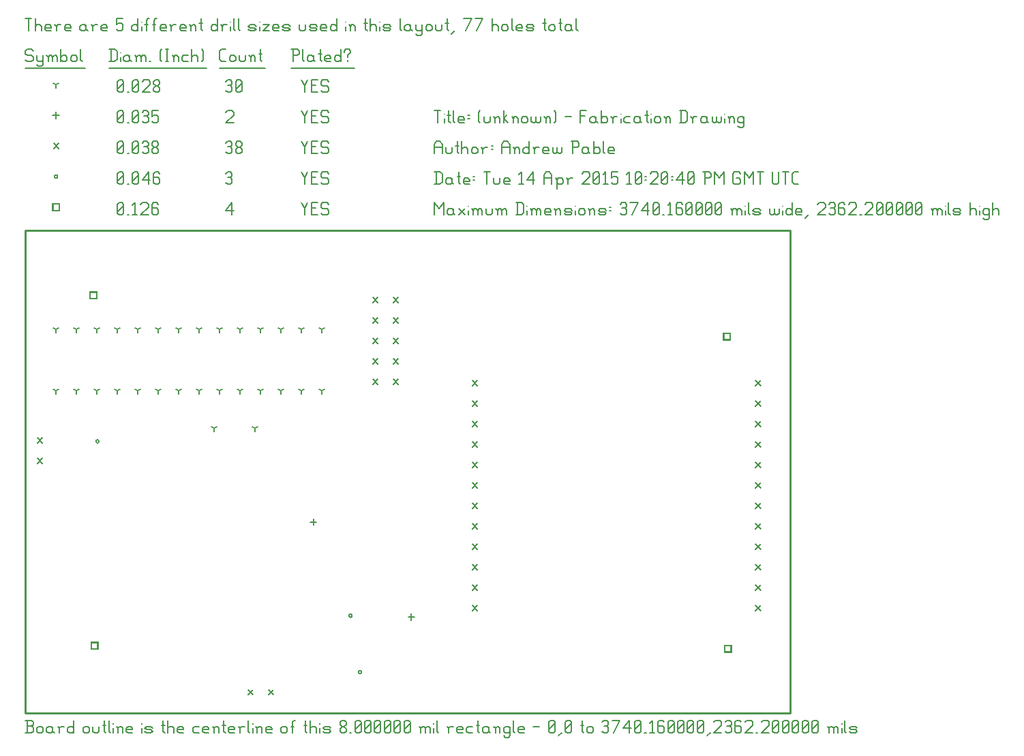
<source format=gbr>
G04 start of page 9 for group -3984 idx -3984 *
G04 Title: (unknown), fab *
G04 Creator: pcb 20110918 *
G04 CreationDate: Tue 14 Apr 2015 10:20:40 PM GMT UTC *
G04 For: andrew *
G04 Format: Gerber/RS-274X *
G04 PCB-Dimensions: 374016 236220 *
G04 PCB-Coordinate-Origin: lower left *
%MOIN*%
%FSLAX25Y25*%
%LNFAB*%
%ADD61C,0.0100*%
%ADD60C,0.0075*%
%ADD59C,0.0060*%
%ADD58R,0.0080X0.0080*%
G54D58*X32174Y34669D02*X35374D01*
X32174D02*Y31469D01*
X35374D01*
Y34669D02*Y31469D01*
X341386Y185795D02*X344586D01*
X341386D02*Y182595D01*
X344586D01*
Y185795D02*Y182595D01*
X341846Y33205D02*X345046D01*
X341846D02*Y30005D01*
X345046D01*
Y33205D02*Y30005D01*
X31668Y205970D02*X34868D01*
X31668D02*Y202770D01*
X34868D01*
Y205970D02*Y202770D01*
X13400Y249070D02*X16600D01*
X13400D02*Y245870D01*
X16600D01*
Y249070D02*Y245870D01*
G54D59*X135000Y249720D02*X136500Y246720D01*
X138000Y249720D01*
X136500Y246720D02*Y243720D01*
X139800Y247020D02*X142050D01*
X139800Y243720D02*X142800D01*
X139800Y249720D02*Y243720D01*
Y249720D02*X142800D01*
X147600D02*X148350Y248970D01*
X145350Y249720D02*X147600D01*
X144600Y248970D02*X145350Y249720D01*
X144600Y248970D02*Y247470D01*
X145350Y246720D01*
X147600D01*
X148350Y245970D01*
Y244470D01*
X147600Y243720D02*X148350Y244470D01*
X145350Y243720D02*X147600D01*
X144600Y244470D02*X145350Y243720D01*
X98000Y245970D02*X101000Y249720D01*
X98000Y245970D02*X101750D01*
X101000Y249720D02*Y243720D01*
X45000Y244470D02*X45750Y243720D01*
X45000Y248970D02*Y244470D01*
Y248970D02*X45750Y249720D01*
X47250D01*
X48000Y248970D01*
Y244470D01*
X47250Y243720D02*X48000Y244470D01*
X45750Y243720D02*X47250D01*
X45000Y245220D02*X48000Y248220D01*
X49800Y243720D02*X50550D01*
X52350Y248520D02*X53550Y249720D01*
Y243720D01*
X52350D02*X54600D01*
X56400Y248970D02*X57150Y249720D01*
X59400D01*
X60150Y248970D01*
Y247470D01*
X56400Y243720D02*X60150Y247470D01*
X56400Y243720D02*X60150D01*
X64200Y249720D02*X64950Y248970D01*
X62700Y249720D02*X64200D01*
X61950Y248970D02*X62700Y249720D01*
X61950Y248970D02*Y244470D01*
X62700Y243720D01*
X64200Y247020D02*X64950Y246270D01*
X61950Y247020D02*X64200D01*
X62700Y243720D02*X64200D01*
X64950Y244470D01*
Y246270D02*Y244470D01*
X162805Y20160D02*G75*G03X164405Y20160I800J0D01*G01*
G75*G03X162805Y20160I-800J0D01*G01*
X158164Y47733D02*G75*G03X159764Y47733I800J0D01*G01*
G75*G03X158164Y47733I-800J0D01*G01*
X34417Y132987D02*G75*G03X36017Y132987I800J0D01*G01*
G75*G03X34417Y132987I-800J0D01*G01*
X14200Y262470D02*G75*G03X15800Y262470I800J0D01*G01*
G75*G03X14200Y262470I-800J0D01*G01*
X135000Y264720D02*X136500Y261720D01*
X138000Y264720D01*
X136500Y261720D02*Y258720D01*
X139800Y262020D02*X142050D01*
X139800Y258720D02*X142800D01*
X139800Y264720D02*Y258720D01*
Y264720D02*X142800D01*
X147600D02*X148350Y263970D01*
X145350Y264720D02*X147600D01*
X144600Y263970D02*X145350Y264720D01*
X144600Y263970D02*Y262470D01*
X145350Y261720D01*
X147600D01*
X148350Y260970D01*
Y259470D01*
X147600Y258720D02*X148350Y259470D01*
X145350Y258720D02*X147600D01*
X144600Y259470D02*X145350Y258720D01*
X98000Y263970D02*X98750Y264720D01*
X100250D01*
X101000Y263970D01*
X100250Y258720D02*X101000Y259470D01*
X98750Y258720D02*X100250D01*
X98000Y259470D02*X98750Y258720D01*
Y262020D02*X100250D01*
X101000Y263970D02*Y262770D01*
Y261270D02*Y259470D01*
Y261270D02*X100250Y262020D01*
X101000Y262770D02*X100250Y262020D01*
X45000Y259470D02*X45750Y258720D01*
X45000Y263970D02*Y259470D01*
Y263970D02*X45750Y264720D01*
X47250D01*
X48000Y263970D01*
Y259470D01*
X47250Y258720D02*X48000Y259470D01*
X45750Y258720D02*X47250D01*
X45000Y260220D02*X48000Y263220D01*
X49800Y258720D02*X50550D01*
X52350Y259470D02*X53100Y258720D01*
X52350Y263970D02*Y259470D01*
Y263970D02*X53100Y264720D01*
X54600D01*
X55350Y263970D01*
Y259470D01*
X54600Y258720D02*X55350Y259470D01*
X53100Y258720D02*X54600D01*
X52350Y260220D02*X55350Y263220D01*
X57150Y260970D02*X60150Y264720D01*
X57150Y260970D02*X60900D01*
X60150Y264720D02*Y258720D01*
X64950Y264720D02*X65700Y263970D01*
X63450Y264720D02*X64950D01*
X62700Y263970D02*X63450Y264720D01*
X62700Y263970D02*Y259470D01*
X63450Y258720D01*
X64950Y262020D02*X65700Y261270D01*
X62700Y262020D02*X64950D01*
X63450Y258720D02*X64950D01*
X65700Y259470D01*
Y261270D02*Y259470D01*
X357070Y162690D02*X359470Y160290D01*
X357070D02*X359470Y162690D01*
X357070Y152690D02*X359470Y150290D01*
X357070D02*X359470Y152690D01*
X357070Y142690D02*X359470Y140290D01*
X357070D02*X359470Y142690D01*
X357070Y132690D02*X359470Y130290D01*
X357070D02*X359470Y132690D01*
X357070Y122690D02*X359470Y120290D01*
X357070D02*X359470Y122690D01*
X357070Y112690D02*X359470Y110290D01*
X357070D02*X359470Y112690D01*
X357070Y102690D02*X359470Y100290D01*
X357070D02*X359470Y102690D01*
X357070Y92690D02*X359470Y90290D01*
X357070D02*X359470Y92690D01*
X357070Y82690D02*X359470Y80290D01*
X357070D02*X359470Y82690D01*
X357070Y72690D02*X359470Y70290D01*
X357070D02*X359470Y72690D01*
X357070Y62690D02*X359470Y60290D01*
X357070D02*X359470Y62690D01*
X357070Y52690D02*X359470Y50290D01*
X357070D02*X359470Y52690D01*
X218570Y162690D02*X220970Y160290D01*
X218570D02*X220970Y162690D01*
X218570Y152690D02*X220970Y150290D01*
X218570D02*X220970Y152690D01*
X218570Y142690D02*X220970Y140290D01*
X218570D02*X220970Y142690D01*
X218570Y132690D02*X220970Y130290D01*
X218570D02*X220970Y132690D01*
X218570Y122690D02*X220970Y120290D01*
X218570D02*X220970Y122690D01*
X218570Y112690D02*X220970Y110290D01*
X218570D02*X220970Y112690D01*
X218570Y102690D02*X220970Y100290D01*
X218570D02*X220970Y102690D01*
X218570Y92690D02*X220970Y90290D01*
X218570D02*X220970Y92690D01*
X218570Y82690D02*X220970Y80290D01*
X218570D02*X220970Y82690D01*
X218570Y72690D02*X220970Y70290D01*
X218570D02*X220970Y72690D01*
X218570Y62690D02*X220970Y60290D01*
X218570D02*X220970Y62690D01*
X218570Y52690D02*X220970Y50290D01*
X218570D02*X220970Y52690D01*
X5968Y134660D02*X8368Y132260D01*
X5968D02*X8368Y134660D01*
X5968Y124660D02*X8368Y122260D01*
X5968D02*X8368Y124660D01*
X108980Y11413D02*X111380Y9013D01*
X108980D02*X111380Y11413D01*
X118980D02*X121380Y9013D01*
X118980D02*X121380Y11413D01*
X179863Y163326D02*X182263Y160926D01*
X179863D02*X182263Y163326D01*
X169863D02*X172263Y160926D01*
X169863D02*X172263Y163326D01*
X179863Y173326D02*X182263Y170926D01*
X179863D02*X182263Y173326D01*
X169863D02*X172263Y170926D01*
X169863D02*X172263Y173326D01*
X179863Y183326D02*X182263Y180926D01*
X179863D02*X182263Y183326D01*
X169863D02*X172263Y180926D01*
X169863D02*X172263Y183326D01*
X179863Y193326D02*X182263Y190926D01*
X179863D02*X182263Y193326D01*
X169863D02*X172263Y190926D01*
X169863D02*X172263Y193326D01*
X179863Y203326D02*X182263Y200926D01*
X179863D02*X182263Y203326D01*
X169863D02*X172263Y200926D01*
X169863D02*X172263Y203326D01*
X13800Y278670D02*X16200Y276270D01*
X13800D02*X16200Y278670D01*
X135000Y279720D02*X136500Y276720D01*
X138000Y279720D01*
X136500Y276720D02*Y273720D01*
X139800Y277020D02*X142050D01*
X139800Y273720D02*X142800D01*
X139800Y279720D02*Y273720D01*
Y279720D02*X142800D01*
X147600D02*X148350Y278970D01*
X145350Y279720D02*X147600D01*
X144600Y278970D02*X145350Y279720D01*
X144600Y278970D02*Y277470D01*
X145350Y276720D01*
X147600D01*
X148350Y275970D01*
Y274470D01*
X147600Y273720D02*X148350Y274470D01*
X145350Y273720D02*X147600D01*
X144600Y274470D02*X145350Y273720D01*
X98000Y278970D02*X98750Y279720D01*
X100250D01*
X101000Y278970D01*
X100250Y273720D02*X101000Y274470D01*
X98750Y273720D02*X100250D01*
X98000Y274470D02*X98750Y273720D01*
Y277020D02*X100250D01*
X101000Y278970D02*Y277770D01*
Y276270D02*Y274470D01*
Y276270D02*X100250Y277020D01*
X101000Y277770D02*X100250Y277020D01*
X102800Y274470D02*X103550Y273720D01*
X102800Y275670D02*Y274470D01*
Y275670D02*X103850Y276720D01*
X104750D01*
X105800Y275670D01*
Y274470D01*
X105050Y273720D02*X105800Y274470D01*
X103550Y273720D02*X105050D01*
X102800Y277770D02*X103850Y276720D01*
X102800Y278970D02*Y277770D01*
Y278970D02*X103550Y279720D01*
X105050D01*
X105800Y278970D01*
Y277770D01*
X104750Y276720D02*X105800Y277770D01*
X45000Y274470D02*X45750Y273720D01*
X45000Y278970D02*Y274470D01*
Y278970D02*X45750Y279720D01*
X47250D01*
X48000Y278970D01*
Y274470D01*
X47250Y273720D02*X48000Y274470D01*
X45750Y273720D02*X47250D01*
X45000Y275220D02*X48000Y278220D01*
X49800Y273720D02*X50550D01*
X52350Y274470D02*X53100Y273720D01*
X52350Y278970D02*Y274470D01*
Y278970D02*X53100Y279720D01*
X54600D01*
X55350Y278970D01*
Y274470D01*
X54600Y273720D02*X55350Y274470D01*
X53100Y273720D02*X54600D01*
X52350Y275220D02*X55350Y278220D01*
X57150Y278970D02*X57900Y279720D01*
X59400D01*
X60150Y278970D01*
X59400Y273720D02*X60150Y274470D01*
X57900Y273720D02*X59400D01*
X57150Y274470D02*X57900Y273720D01*
Y277020D02*X59400D01*
X60150Y278970D02*Y277770D01*
Y276270D02*Y274470D01*
Y276270D02*X59400Y277020D01*
X60150Y277770D02*X59400Y277020D01*
X61950Y274470D02*X62700Y273720D01*
X61950Y275670D02*Y274470D01*
Y275670D02*X63000Y276720D01*
X63900D01*
X64950Y275670D01*
Y274470D01*
X64200Y273720D02*X64950Y274470D01*
X62700Y273720D02*X64200D01*
X61950Y277770D02*X63000Y276720D01*
X61950Y278970D02*Y277770D01*
Y278970D02*X62700Y279720D01*
X64200D01*
X64950Y278970D01*
Y277770D01*
X63900Y276720D02*X64950Y277770D01*
X140759Y95208D02*Y92008D01*
X139159Y93608D02*X142359D01*
X188739Y48734D02*Y45534D01*
X187139Y47134D02*X190339D01*
X15000Y294070D02*Y290870D01*
X13400Y292470D02*X16600D01*
X135000Y294720D02*X136500Y291720D01*
X138000Y294720D01*
X136500Y291720D02*Y288720D01*
X139800Y292020D02*X142050D01*
X139800Y288720D02*X142800D01*
X139800Y294720D02*Y288720D01*
Y294720D02*X142800D01*
X147600D02*X148350Y293970D01*
X145350Y294720D02*X147600D01*
X144600Y293970D02*X145350Y294720D01*
X144600Y293970D02*Y292470D01*
X145350Y291720D01*
X147600D01*
X148350Y290970D01*
Y289470D01*
X147600Y288720D02*X148350Y289470D01*
X145350Y288720D02*X147600D01*
X144600Y289470D02*X145350Y288720D01*
X98000Y293970D02*X98750Y294720D01*
X101000D01*
X101750Y293970D01*
Y292470D01*
X98000Y288720D02*X101750Y292470D01*
X98000Y288720D02*X101750D01*
X45000Y289470D02*X45750Y288720D01*
X45000Y293970D02*Y289470D01*
Y293970D02*X45750Y294720D01*
X47250D01*
X48000Y293970D01*
Y289470D01*
X47250Y288720D02*X48000Y289470D01*
X45750Y288720D02*X47250D01*
X45000Y290220D02*X48000Y293220D01*
X49800Y288720D02*X50550D01*
X52350Y289470D02*X53100Y288720D01*
X52350Y293970D02*Y289470D01*
Y293970D02*X53100Y294720D01*
X54600D01*
X55350Y293970D01*
Y289470D01*
X54600Y288720D02*X55350Y289470D01*
X53100Y288720D02*X54600D01*
X52350Y290220D02*X55350Y293220D01*
X57150Y293970D02*X57900Y294720D01*
X59400D01*
X60150Y293970D01*
X59400Y288720D02*X60150Y289470D01*
X57900Y288720D02*X59400D01*
X57150Y289470D02*X57900Y288720D01*
Y292020D02*X59400D01*
X60150Y293970D02*Y292770D01*
Y291270D02*Y289470D01*
Y291270D02*X59400Y292020D01*
X60150Y292770D02*X59400Y292020D01*
X61950Y294720D02*X64950D01*
X61950D02*Y291720D01*
X62700Y292470D01*
X64200D01*
X64950Y291720D01*
Y289470D01*
X64200Y288720D02*X64950Y289470D01*
X62700Y288720D02*X64200D01*
X61950Y289470D02*X62700Y288720D01*
X14902Y157711D02*Y156111D01*
Y157711D02*X16289Y158511D01*
X14902Y157711D02*X13515Y158511D01*
X24902Y157711D02*Y156111D01*
Y157711D02*X26289Y158511D01*
X24902Y157711D02*X23515Y158511D01*
X34902Y157711D02*Y156111D01*
Y157711D02*X36289Y158511D01*
X34902Y157711D02*X33515Y158511D01*
X44902Y157711D02*Y156111D01*
Y157711D02*X46289Y158511D01*
X44902Y157711D02*X43515Y158511D01*
X54902Y157711D02*Y156111D01*
Y157711D02*X56289Y158511D01*
X54902Y157711D02*X53515Y158511D01*
X64902Y157711D02*Y156111D01*
Y157711D02*X66289Y158511D01*
X64902Y157711D02*X63515Y158511D01*
X74902Y157711D02*Y156111D01*
Y157711D02*X76289Y158511D01*
X74902Y157711D02*X73515Y158511D01*
X84902Y157711D02*Y156111D01*
Y157711D02*X86289Y158511D01*
X84902Y157711D02*X83515Y158511D01*
X94902Y157711D02*Y156111D01*
Y157711D02*X96289Y158511D01*
X94902Y157711D02*X93515Y158511D01*
X104902Y157711D02*Y156111D01*
Y157711D02*X106289Y158511D01*
X104902Y157711D02*X103515Y158511D01*
X114902Y157711D02*Y156111D01*
Y157711D02*X116289Y158511D01*
X114902Y157711D02*X113515Y158511D01*
X124902Y157711D02*Y156111D01*
Y157711D02*X126289Y158511D01*
X124902Y157711D02*X123515Y158511D01*
X134902Y157711D02*Y156111D01*
Y157711D02*X136289Y158511D01*
X134902Y157711D02*X133515Y158511D01*
X144902Y157711D02*Y156111D01*
Y157711D02*X146289Y158511D01*
X144902Y157711D02*X143515Y158511D01*
X144902Y187711D02*Y186111D01*
Y187711D02*X146289Y188511D01*
X144902Y187711D02*X143515Y188511D01*
X134902Y187711D02*Y186111D01*
Y187711D02*X136289Y188511D01*
X134902Y187711D02*X133515Y188511D01*
X124902Y187711D02*Y186111D01*
Y187711D02*X126289Y188511D01*
X124902Y187711D02*X123515Y188511D01*
X114902Y187711D02*Y186111D01*
Y187711D02*X116289Y188511D01*
X114902Y187711D02*X113515Y188511D01*
X104902Y187711D02*Y186111D01*
Y187711D02*X106289Y188511D01*
X104902Y187711D02*X103515Y188511D01*
X94902Y187711D02*Y186111D01*
Y187711D02*X96289Y188511D01*
X94902Y187711D02*X93515Y188511D01*
X84902Y187711D02*Y186111D01*
Y187711D02*X86289Y188511D01*
X84902Y187711D02*X83515Y188511D01*
X74902Y187711D02*Y186111D01*
Y187711D02*X76289Y188511D01*
X74902Y187711D02*X73515Y188511D01*
X64902Y187711D02*Y186111D01*
Y187711D02*X66289Y188511D01*
X64902Y187711D02*X63515Y188511D01*
X54902Y187711D02*Y186111D01*
Y187711D02*X56289Y188511D01*
X54902Y187711D02*X53515Y188511D01*
X44902Y187711D02*Y186111D01*
Y187711D02*X46289Y188511D01*
X44902Y187711D02*X43515Y188511D01*
X34902Y187711D02*Y186111D01*
Y187711D02*X36289Y188511D01*
X34902Y187711D02*X33515Y188511D01*
X24902Y187711D02*Y186111D01*
Y187711D02*X26289Y188511D01*
X24902Y187711D02*X23515Y188511D01*
X14902Y187711D02*Y186111D01*
Y187711D02*X16289Y188511D01*
X14902Y187711D02*X13515Y188511D01*
X92280Y139335D02*Y137735D01*
Y139335D02*X93667Y140135D01*
X92280Y139335D02*X90893Y140135D01*
X112280Y139335D02*Y137735D01*
Y139335D02*X113667Y140135D01*
X112280Y139335D02*X110893Y140135D01*
X15000Y307470D02*Y305870D01*
Y307470D02*X16387Y308270D01*
X15000Y307470D02*X13613Y308270D01*
X135000Y309720D02*X136500Y306720D01*
X138000Y309720D01*
X136500Y306720D02*Y303720D01*
X139800Y307020D02*X142050D01*
X139800Y303720D02*X142800D01*
X139800Y309720D02*Y303720D01*
Y309720D02*X142800D01*
X147600D02*X148350Y308970D01*
X145350Y309720D02*X147600D01*
X144600Y308970D02*X145350Y309720D01*
X144600Y308970D02*Y307470D01*
X145350Y306720D01*
X147600D01*
X148350Y305970D01*
Y304470D01*
X147600Y303720D02*X148350Y304470D01*
X145350Y303720D02*X147600D01*
X144600Y304470D02*X145350Y303720D01*
X98000Y308970D02*X98750Y309720D01*
X100250D01*
X101000Y308970D01*
X100250Y303720D02*X101000Y304470D01*
X98750Y303720D02*X100250D01*
X98000Y304470D02*X98750Y303720D01*
Y307020D02*X100250D01*
X101000Y308970D02*Y307770D01*
Y306270D02*Y304470D01*
Y306270D02*X100250Y307020D01*
X101000Y307770D02*X100250Y307020D01*
X102800Y304470D02*X103550Y303720D01*
X102800Y308970D02*Y304470D01*
Y308970D02*X103550Y309720D01*
X105050D01*
X105800Y308970D01*
Y304470D01*
X105050Y303720D02*X105800Y304470D01*
X103550Y303720D02*X105050D01*
X102800Y305220D02*X105800Y308220D01*
X45000Y304470D02*X45750Y303720D01*
X45000Y308970D02*Y304470D01*
Y308970D02*X45750Y309720D01*
X47250D01*
X48000Y308970D01*
Y304470D01*
X47250Y303720D02*X48000Y304470D01*
X45750Y303720D02*X47250D01*
X45000Y305220D02*X48000Y308220D01*
X49800Y303720D02*X50550D01*
X52350Y304470D02*X53100Y303720D01*
X52350Y308970D02*Y304470D01*
Y308970D02*X53100Y309720D01*
X54600D01*
X55350Y308970D01*
Y304470D01*
X54600Y303720D02*X55350Y304470D01*
X53100Y303720D02*X54600D01*
X52350Y305220D02*X55350Y308220D01*
X57150Y308970D02*X57900Y309720D01*
X60150D01*
X60900Y308970D01*
Y307470D01*
X57150Y303720D02*X60900Y307470D01*
X57150Y303720D02*X60900D01*
X62700Y304470D02*X63450Y303720D01*
X62700Y305670D02*Y304470D01*
Y305670D02*X63750Y306720D01*
X64650D01*
X65700Y305670D01*
Y304470D01*
X64950Y303720D02*X65700Y304470D01*
X63450Y303720D02*X64950D01*
X62700Y307770D02*X63750Y306720D01*
X62700Y308970D02*Y307770D01*
Y308970D02*X63450Y309720D01*
X64950D01*
X65700Y308970D01*
Y307770D01*
X64650Y306720D02*X65700Y307770D01*
X3000Y324720D02*X3750Y323970D01*
X750Y324720D02*X3000D01*
X0Y323970D02*X750Y324720D01*
X0Y323970D02*Y322470D01*
X750Y321720D01*
X3000D01*
X3750Y320970D01*
Y319470D01*
X3000Y318720D02*X3750Y319470D01*
X750Y318720D02*X3000D01*
X0Y319470D02*X750Y318720D01*
X5550Y321720D02*Y319470D01*
X6300Y318720D01*
X8550Y321720D02*Y317220D01*
X7800Y316470D02*X8550Y317220D01*
X6300Y316470D02*X7800D01*
X5550Y317220D02*X6300Y316470D01*
Y318720D02*X7800D01*
X8550Y319470D01*
X11100Y320970D02*Y318720D01*
Y320970D02*X11850Y321720D01*
X12600D01*
X13350Y320970D01*
Y318720D01*
Y320970D02*X14100Y321720D01*
X14850D01*
X15600Y320970D01*
Y318720D01*
X10350Y321720D02*X11100Y320970D01*
X17400Y324720D02*Y318720D01*
Y319470D02*X18150Y318720D01*
X19650D01*
X20400Y319470D01*
Y320970D02*Y319470D01*
X19650Y321720D02*X20400Y320970D01*
X18150Y321720D02*X19650D01*
X17400Y320970D02*X18150Y321720D01*
X22200Y320970D02*Y319470D01*
Y320970D02*X22950Y321720D01*
X24450D01*
X25200Y320970D01*
Y319470D01*
X24450Y318720D02*X25200Y319470D01*
X22950Y318720D02*X24450D01*
X22200Y319470D02*X22950Y318720D01*
X27000Y324720D02*Y319470D01*
X27750Y318720D01*
X0Y315470D02*X29250D01*
X41750Y324720D02*Y318720D01*
X43700Y324720D02*X44750Y323670D01*
Y319770D01*
X43700Y318720D02*X44750Y319770D01*
X41000Y318720D02*X43700D01*
X41000Y324720D02*X43700D01*
G54D60*X46550Y323220D02*Y323070D01*
G54D59*Y320970D02*Y318720D01*
X50300Y321720D02*X51050Y320970D01*
X48800Y321720D02*X50300D01*
X48050Y320970D02*X48800Y321720D01*
X48050Y320970D02*Y319470D01*
X48800Y318720D01*
X51050Y321720D02*Y319470D01*
X51800Y318720D01*
X48800D02*X50300D01*
X51050Y319470D01*
X54350Y320970D02*Y318720D01*
Y320970D02*X55100Y321720D01*
X55850D01*
X56600Y320970D01*
Y318720D01*
Y320970D02*X57350Y321720D01*
X58100D01*
X58850Y320970D01*
Y318720D01*
X53600Y321720D02*X54350Y320970D01*
X60650Y318720D02*X61400D01*
X65900Y319470D02*X66650Y318720D01*
X65900Y323970D02*X66650Y324720D01*
X65900Y323970D02*Y319470D01*
X68450Y324720D02*X69950D01*
X69200D02*Y318720D01*
X68450D02*X69950D01*
X72500Y320970D02*Y318720D01*
Y320970D02*X73250Y321720D01*
X74000D01*
X74750Y320970D01*
Y318720D01*
X71750Y321720D02*X72500Y320970D01*
X77300Y321720D02*X79550D01*
X76550Y320970D02*X77300Y321720D01*
X76550Y320970D02*Y319470D01*
X77300Y318720D01*
X79550D01*
X81350Y324720D02*Y318720D01*
Y320970D02*X82100Y321720D01*
X83600D01*
X84350Y320970D01*
Y318720D01*
X86150Y324720D02*X86900Y323970D01*
Y319470D01*
X86150Y318720D02*X86900Y319470D01*
X41000Y315470D02*X88700D01*
X96050Y318720D02*X98000D01*
X95000Y319770D02*X96050Y318720D01*
X95000Y323670D02*Y319770D01*
Y323670D02*X96050Y324720D01*
X98000D01*
X99800Y320970D02*Y319470D01*
Y320970D02*X100550Y321720D01*
X102050D01*
X102800Y320970D01*
Y319470D01*
X102050Y318720D02*X102800Y319470D01*
X100550Y318720D02*X102050D01*
X99800Y319470D02*X100550Y318720D01*
X104600Y321720D02*Y319470D01*
X105350Y318720D01*
X106850D01*
X107600Y319470D01*
Y321720D02*Y319470D01*
X110150Y320970D02*Y318720D01*
Y320970D02*X110900Y321720D01*
X111650D01*
X112400Y320970D01*
Y318720D01*
X109400Y321720D02*X110150Y320970D01*
X114950Y324720D02*Y319470D01*
X115700Y318720D01*
X114200Y322470D02*X115700D01*
X95000Y315470D02*X117200D01*
X130750Y324720D02*Y318720D01*
X130000Y324720D02*X133000D01*
X133750Y323970D01*
Y322470D01*
X133000Y321720D02*X133750Y322470D01*
X130750Y321720D02*X133000D01*
X135550Y324720D02*Y319470D01*
X136300Y318720D01*
X140050Y321720D02*X140800Y320970D01*
X138550Y321720D02*X140050D01*
X137800Y320970D02*X138550Y321720D01*
X137800Y320970D02*Y319470D01*
X138550Y318720D01*
X140800Y321720D02*Y319470D01*
X141550Y318720D01*
X138550D02*X140050D01*
X140800Y319470D01*
X144100Y324720D02*Y319470D01*
X144850Y318720D01*
X143350Y322470D02*X144850D01*
X147100Y318720D02*X149350D01*
X146350Y319470D02*X147100Y318720D01*
X146350Y320970D02*Y319470D01*
Y320970D02*X147100Y321720D01*
X148600D01*
X149350Y320970D01*
X146350Y320220D02*X149350D01*
Y320970D02*Y320220D01*
X154150Y324720D02*Y318720D01*
X153400D02*X154150Y319470D01*
X151900Y318720D02*X153400D01*
X151150Y319470D02*X151900Y318720D01*
X151150Y320970D02*Y319470D01*
Y320970D02*X151900Y321720D01*
X153400D01*
X154150Y320970D01*
X157450Y321720D02*Y320970D01*
Y319470D02*Y318720D01*
X155950Y323970D02*Y323220D01*
Y323970D02*X156700Y324720D01*
X158200D01*
X158950Y323970D01*
Y323220D01*
X157450Y321720D02*X158950Y323220D01*
X130000Y315470D02*X160750D01*
X0Y339720D02*X3000D01*
X1500D02*Y333720D01*
X4800Y339720D02*Y333720D01*
Y335970D02*X5550Y336720D01*
X7050D01*
X7800Y335970D01*
Y333720D01*
X10350D02*X12600D01*
X9600Y334470D02*X10350Y333720D01*
X9600Y335970D02*Y334470D01*
Y335970D02*X10350Y336720D01*
X11850D01*
X12600Y335970D01*
X9600Y335220D02*X12600D01*
Y335970D02*Y335220D01*
X15150Y335970D02*Y333720D01*
Y335970D02*X15900Y336720D01*
X17400D01*
X14400D02*X15150Y335970D01*
X19950Y333720D02*X22200D01*
X19200Y334470D02*X19950Y333720D01*
X19200Y335970D02*Y334470D01*
Y335970D02*X19950Y336720D01*
X21450D01*
X22200Y335970D01*
X19200Y335220D02*X22200D01*
Y335970D02*Y335220D01*
X28950Y336720D02*X29700Y335970D01*
X27450Y336720D02*X28950D01*
X26700Y335970D02*X27450Y336720D01*
X26700Y335970D02*Y334470D01*
X27450Y333720D01*
X29700Y336720D02*Y334470D01*
X30450Y333720D01*
X27450D02*X28950D01*
X29700Y334470D01*
X33000Y335970D02*Y333720D01*
Y335970D02*X33750Y336720D01*
X35250D01*
X32250D02*X33000Y335970D01*
X37800Y333720D02*X40050D01*
X37050Y334470D02*X37800Y333720D01*
X37050Y335970D02*Y334470D01*
Y335970D02*X37800Y336720D01*
X39300D01*
X40050Y335970D01*
X37050Y335220D02*X40050D01*
Y335970D02*Y335220D01*
X44550Y339720D02*X47550D01*
X44550D02*Y336720D01*
X45300Y337470D01*
X46800D01*
X47550Y336720D01*
Y334470D01*
X46800Y333720D02*X47550Y334470D01*
X45300Y333720D02*X46800D01*
X44550Y334470D02*X45300Y333720D01*
X55050Y339720D02*Y333720D01*
X54300D02*X55050Y334470D01*
X52800Y333720D02*X54300D01*
X52050Y334470D02*X52800Y333720D01*
X52050Y335970D02*Y334470D01*
Y335970D02*X52800Y336720D01*
X54300D01*
X55050Y335970D01*
G54D60*X56850Y338220D02*Y338070D01*
G54D59*Y335970D02*Y333720D01*
X59100Y338970D02*Y333720D01*
Y338970D02*X59850Y339720D01*
X60600D01*
X58350Y336720D02*X59850D01*
X62850Y338970D02*Y333720D01*
Y338970D02*X63600Y339720D01*
X64350D01*
X62100Y336720D02*X63600D01*
X66600Y333720D02*X68850D01*
X65850Y334470D02*X66600Y333720D01*
X65850Y335970D02*Y334470D01*
Y335970D02*X66600Y336720D01*
X68100D01*
X68850Y335970D01*
X65850Y335220D02*X68850D01*
Y335970D02*Y335220D01*
X71400Y335970D02*Y333720D01*
Y335970D02*X72150Y336720D01*
X73650D01*
X70650D02*X71400Y335970D01*
X76200Y333720D02*X78450D01*
X75450Y334470D02*X76200Y333720D01*
X75450Y335970D02*Y334470D01*
Y335970D02*X76200Y336720D01*
X77700D01*
X78450Y335970D01*
X75450Y335220D02*X78450D01*
Y335970D02*Y335220D01*
X81000Y335970D02*Y333720D01*
Y335970D02*X81750Y336720D01*
X82500D01*
X83250Y335970D01*
Y333720D01*
X80250Y336720D02*X81000Y335970D01*
X85800Y339720D02*Y334470D01*
X86550Y333720D01*
X85050Y337470D02*X86550D01*
X93750Y339720D02*Y333720D01*
X93000D02*X93750Y334470D01*
X91500Y333720D02*X93000D01*
X90750Y334470D02*X91500Y333720D01*
X90750Y335970D02*Y334470D01*
Y335970D02*X91500Y336720D01*
X93000D01*
X93750Y335970D01*
X96300D02*Y333720D01*
Y335970D02*X97050Y336720D01*
X98550D01*
X95550D02*X96300Y335970D01*
G54D60*X100350Y338220D02*Y338070D01*
G54D59*Y335970D02*Y333720D01*
X101850Y339720D02*Y334470D01*
X102600Y333720D01*
X104100Y339720D02*Y334470D01*
X104850Y333720D01*
X109800D02*X112050D01*
X112800Y334470D01*
X112050Y335220D02*X112800Y334470D01*
X109800Y335220D02*X112050D01*
X109050Y335970D02*X109800Y335220D01*
X109050Y335970D02*X109800Y336720D01*
X112050D01*
X112800Y335970D01*
X109050Y334470D02*X109800Y333720D01*
G54D60*X114600Y338220D02*Y338070D01*
G54D59*Y335970D02*Y333720D01*
X116100Y336720D02*X119100D01*
X116100Y333720D02*X119100Y336720D01*
X116100Y333720D02*X119100D01*
X121650D02*X123900D01*
X120900Y334470D02*X121650Y333720D01*
X120900Y335970D02*Y334470D01*
Y335970D02*X121650Y336720D01*
X123150D01*
X123900Y335970D01*
X120900Y335220D02*X123900D01*
Y335970D02*Y335220D01*
X126450Y333720D02*X128700D01*
X129450Y334470D01*
X128700Y335220D02*X129450Y334470D01*
X126450Y335220D02*X128700D01*
X125700Y335970D02*X126450Y335220D01*
X125700Y335970D02*X126450Y336720D01*
X128700D01*
X129450Y335970D01*
X125700Y334470D02*X126450Y333720D01*
X133950Y336720D02*Y334470D01*
X134700Y333720D01*
X136200D01*
X136950Y334470D01*
Y336720D02*Y334470D01*
X139500Y333720D02*X141750D01*
X142500Y334470D01*
X141750Y335220D02*X142500Y334470D01*
X139500Y335220D02*X141750D01*
X138750Y335970D02*X139500Y335220D01*
X138750Y335970D02*X139500Y336720D01*
X141750D01*
X142500Y335970D01*
X138750Y334470D02*X139500Y333720D01*
X145050D02*X147300D01*
X144300Y334470D02*X145050Y333720D01*
X144300Y335970D02*Y334470D01*
Y335970D02*X145050Y336720D01*
X146550D01*
X147300Y335970D01*
X144300Y335220D02*X147300D01*
Y335970D02*Y335220D01*
X152100Y339720D02*Y333720D01*
X151350D02*X152100Y334470D01*
X149850Y333720D02*X151350D01*
X149100Y334470D02*X149850Y333720D01*
X149100Y335970D02*Y334470D01*
Y335970D02*X149850Y336720D01*
X151350D01*
X152100Y335970D01*
G54D60*X156600Y338220D02*Y338070D01*
G54D59*Y335970D02*Y333720D01*
X158850Y335970D02*Y333720D01*
Y335970D02*X159600Y336720D01*
X160350D01*
X161100Y335970D01*
Y333720D01*
X158100Y336720D02*X158850Y335970D01*
X166350Y339720D02*Y334470D01*
X167100Y333720D01*
X165600Y337470D02*X167100D01*
X168600Y339720D02*Y333720D01*
Y335970D02*X169350Y336720D01*
X170850D01*
X171600Y335970D01*
Y333720D01*
G54D60*X173400Y338220D02*Y338070D01*
G54D59*Y335970D02*Y333720D01*
X175650D02*X177900D01*
X178650Y334470D01*
X177900Y335220D02*X178650Y334470D01*
X175650Y335220D02*X177900D01*
X174900Y335970D02*X175650Y335220D01*
X174900Y335970D02*X175650Y336720D01*
X177900D01*
X178650Y335970D01*
X174900Y334470D02*X175650Y333720D01*
X183150Y339720D02*Y334470D01*
X183900Y333720D01*
X187650Y336720D02*X188400Y335970D01*
X186150Y336720D02*X187650D01*
X185400Y335970D02*X186150Y336720D01*
X185400Y335970D02*Y334470D01*
X186150Y333720D01*
X188400Y336720D02*Y334470D01*
X189150Y333720D01*
X186150D02*X187650D01*
X188400Y334470D01*
X190950Y336720D02*Y334470D01*
X191700Y333720D01*
X193950Y336720D02*Y332220D01*
X193200Y331470D02*X193950Y332220D01*
X191700Y331470D02*X193200D01*
X190950Y332220D02*X191700Y331470D01*
Y333720D02*X193200D01*
X193950Y334470D01*
X195750Y335970D02*Y334470D01*
Y335970D02*X196500Y336720D01*
X198000D01*
X198750Y335970D01*
Y334470D01*
X198000Y333720D02*X198750Y334470D01*
X196500Y333720D02*X198000D01*
X195750Y334470D02*X196500Y333720D01*
X200550Y336720D02*Y334470D01*
X201300Y333720D01*
X202800D01*
X203550Y334470D01*
Y336720D02*Y334470D01*
X206100Y339720D02*Y334470D01*
X206850Y333720D01*
X205350Y337470D02*X206850D01*
X208350Y332220D02*X209850Y333720D01*
X215100D02*X218100Y339720D01*
X214350D02*X218100D01*
X220650Y333720D02*X223650Y339720D01*
X219900D02*X223650D01*
X228150D02*Y333720D01*
Y335970D02*X228900Y336720D01*
X230400D01*
X231150Y335970D01*
Y333720D01*
X232950Y335970D02*Y334470D01*
Y335970D02*X233700Y336720D01*
X235200D01*
X235950Y335970D01*
Y334470D01*
X235200Y333720D02*X235950Y334470D01*
X233700Y333720D02*X235200D01*
X232950Y334470D02*X233700Y333720D01*
X237750Y339720D02*Y334470D01*
X238500Y333720D01*
X240750D02*X243000D01*
X240000Y334470D02*X240750Y333720D01*
X240000Y335970D02*Y334470D01*
Y335970D02*X240750Y336720D01*
X242250D01*
X243000Y335970D01*
X240000Y335220D02*X243000D01*
Y335970D02*Y335220D01*
X245550Y333720D02*X247800D01*
X248550Y334470D01*
X247800Y335220D02*X248550Y334470D01*
X245550Y335220D02*X247800D01*
X244800Y335970D02*X245550Y335220D01*
X244800Y335970D02*X245550Y336720D01*
X247800D01*
X248550Y335970D01*
X244800Y334470D02*X245550Y333720D01*
X253800Y339720D02*Y334470D01*
X254550Y333720D01*
X253050Y337470D02*X254550D01*
X256050Y335970D02*Y334470D01*
Y335970D02*X256800Y336720D01*
X258300D01*
X259050Y335970D01*
Y334470D01*
X258300Y333720D02*X259050Y334470D01*
X256800Y333720D02*X258300D01*
X256050Y334470D02*X256800Y333720D01*
X261600Y339720D02*Y334470D01*
X262350Y333720D01*
X260850Y337470D02*X262350D01*
X266100Y336720D02*X266850Y335970D01*
X264600Y336720D02*X266100D01*
X263850Y335970D02*X264600Y336720D01*
X263850Y335970D02*Y334470D01*
X264600Y333720D01*
X266850Y336720D02*Y334470D01*
X267600Y333720D01*
X264600D02*X266100D01*
X266850Y334470D01*
X269400Y339720D02*Y334470D01*
X270150Y333720D01*
G54D61*X0Y236220D02*X374016D01*
X0D02*Y0D01*
X374016Y236220D02*Y0D01*
X0D02*X374016D01*
G54D59*X200000Y249720D02*Y243720D01*
Y249720D02*X202250Y246720D01*
X204500Y249720D01*
Y243720D01*
X208550Y246720D02*X209300Y245970D01*
X207050Y246720D02*X208550D01*
X206300Y245970D02*X207050Y246720D01*
X206300Y245970D02*Y244470D01*
X207050Y243720D01*
X209300Y246720D02*Y244470D01*
X210050Y243720D01*
X207050D02*X208550D01*
X209300Y244470D01*
X211850Y246720D02*X214850Y243720D01*
X211850D02*X214850Y246720D01*
G54D60*X216650Y248220D02*Y248070D01*
G54D59*Y245970D02*Y243720D01*
X218900Y245970D02*Y243720D01*
Y245970D02*X219650Y246720D01*
X220400D01*
X221150Y245970D01*
Y243720D01*
Y245970D02*X221900Y246720D01*
X222650D01*
X223400Y245970D01*
Y243720D01*
X218150Y246720D02*X218900Y245970D01*
X225200Y246720D02*Y244470D01*
X225950Y243720D01*
X227450D01*
X228200Y244470D01*
Y246720D02*Y244470D01*
X230750Y245970D02*Y243720D01*
Y245970D02*X231500Y246720D01*
X232250D01*
X233000Y245970D01*
Y243720D01*
Y245970D02*X233750Y246720D01*
X234500D01*
X235250Y245970D01*
Y243720D01*
X230000Y246720D02*X230750Y245970D01*
X240500Y249720D02*Y243720D01*
X242450Y249720D02*X243500Y248670D01*
Y244770D01*
X242450Y243720D02*X243500Y244770D01*
X239750Y243720D02*X242450D01*
X239750Y249720D02*X242450D01*
G54D60*X245300Y248220D02*Y248070D01*
G54D59*Y245970D02*Y243720D01*
X247550Y245970D02*Y243720D01*
Y245970D02*X248300Y246720D01*
X249050D01*
X249800Y245970D01*
Y243720D01*
Y245970D02*X250550Y246720D01*
X251300D01*
X252050Y245970D01*
Y243720D01*
X246800Y246720D02*X247550Y245970D01*
X254600Y243720D02*X256850D01*
X253850Y244470D02*X254600Y243720D01*
X253850Y245970D02*Y244470D01*
Y245970D02*X254600Y246720D01*
X256100D01*
X256850Y245970D01*
X253850Y245220D02*X256850D01*
Y245970D02*Y245220D01*
X259400Y245970D02*Y243720D01*
Y245970D02*X260150Y246720D01*
X260900D01*
X261650Y245970D01*
Y243720D01*
X258650Y246720D02*X259400Y245970D01*
X264200Y243720D02*X266450D01*
X267200Y244470D01*
X266450Y245220D02*X267200Y244470D01*
X264200Y245220D02*X266450D01*
X263450Y245970D02*X264200Y245220D01*
X263450Y245970D02*X264200Y246720D01*
X266450D01*
X267200Y245970D01*
X263450Y244470D02*X264200Y243720D01*
G54D60*X269000Y248220D02*Y248070D01*
G54D59*Y245970D02*Y243720D01*
X270500Y245970D02*Y244470D01*
Y245970D02*X271250Y246720D01*
X272750D01*
X273500Y245970D01*
Y244470D01*
X272750Y243720D02*X273500Y244470D01*
X271250Y243720D02*X272750D01*
X270500Y244470D02*X271250Y243720D01*
X276050Y245970D02*Y243720D01*
Y245970D02*X276800Y246720D01*
X277550D01*
X278300Y245970D01*
Y243720D01*
X275300Y246720D02*X276050Y245970D01*
X280850Y243720D02*X283100D01*
X283850Y244470D01*
X283100Y245220D02*X283850Y244470D01*
X280850Y245220D02*X283100D01*
X280100Y245970D02*X280850Y245220D01*
X280100Y245970D02*X280850Y246720D01*
X283100D01*
X283850Y245970D01*
X280100Y244470D02*X280850Y243720D01*
X285650Y247470D02*X286400D01*
X285650Y245970D02*X286400D01*
X290900Y248970D02*X291650Y249720D01*
X293150D01*
X293900Y248970D01*
X293150Y243720D02*X293900Y244470D01*
X291650Y243720D02*X293150D01*
X290900Y244470D02*X291650Y243720D01*
Y247020D02*X293150D01*
X293900Y248970D02*Y247770D01*
Y246270D02*Y244470D01*
Y246270D02*X293150Y247020D01*
X293900Y247770D02*X293150Y247020D01*
X296450Y243720D02*X299450Y249720D01*
X295700D02*X299450D01*
X301250Y245970D02*X304250Y249720D01*
X301250Y245970D02*X305000D01*
X304250Y249720D02*Y243720D01*
X306800Y244470D02*X307550Y243720D01*
X306800Y248970D02*Y244470D01*
Y248970D02*X307550Y249720D01*
X309050D01*
X309800Y248970D01*
Y244470D01*
X309050Y243720D02*X309800Y244470D01*
X307550Y243720D02*X309050D01*
X306800Y245220D02*X309800Y248220D01*
X311600Y243720D02*X312350D01*
X314150Y248520D02*X315350Y249720D01*
Y243720D01*
X314150D02*X316400D01*
X320450Y249720D02*X321200Y248970D01*
X318950Y249720D02*X320450D01*
X318200Y248970D02*X318950Y249720D01*
X318200Y248970D02*Y244470D01*
X318950Y243720D01*
X320450Y247020D02*X321200Y246270D01*
X318200Y247020D02*X320450D01*
X318950Y243720D02*X320450D01*
X321200Y244470D01*
Y246270D02*Y244470D01*
X323000D02*X323750Y243720D01*
X323000Y248970D02*Y244470D01*
Y248970D02*X323750Y249720D01*
X325250D01*
X326000Y248970D01*
Y244470D01*
X325250Y243720D02*X326000Y244470D01*
X323750Y243720D02*X325250D01*
X323000Y245220D02*X326000Y248220D01*
X327800Y244470D02*X328550Y243720D01*
X327800Y248970D02*Y244470D01*
Y248970D02*X328550Y249720D01*
X330050D01*
X330800Y248970D01*
Y244470D01*
X330050Y243720D02*X330800Y244470D01*
X328550Y243720D02*X330050D01*
X327800Y245220D02*X330800Y248220D01*
X332600Y244470D02*X333350Y243720D01*
X332600Y248970D02*Y244470D01*
Y248970D02*X333350Y249720D01*
X334850D01*
X335600Y248970D01*
Y244470D01*
X334850Y243720D02*X335600Y244470D01*
X333350Y243720D02*X334850D01*
X332600Y245220D02*X335600Y248220D01*
X337400Y244470D02*X338150Y243720D01*
X337400Y248970D02*Y244470D01*
Y248970D02*X338150Y249720D01*
X339650D01*
X340400Y248970D01*
Y244470D01*
X339650Y243720D02*X340400Y244470D01*
X338150Y243720D02*X339650D01*
X337400Y245220D02*X340400Y248220D01*
X345650Y245970D02*Y243720D01*
Y245970D02*X346400Y246720D01*
X347150D01*
X347900Y245970D01*
Y243720D01*
Y245970D02*X348650Y246720D01*
X349400D01*
X350150Y245970D01*
Y243720D01*
X344900Y246720D02*X345650Y245970D01*
G54D60*X351950Y248220D02*Y248070D01*
G54D59*Y245970D02*Y243720D01*
X353450Y249720D02*Y244470D01*
X354200Y243720D01*
X356450D02*X358700D01*
X359450Y244470D01*
X358700Y245220D02*X359450Y244470D01*
X356450Y245220D02*X358700D01*
X355700Y245970D02*X356450Y245220D01*
X355700Y245970D02*X356450Y246720D01*
X358700D01*
X359450Y245970D01*
X355700Y244470D02*X356450Y243720D01*
X363950Y246720D02*Y244470D01*
X364700Y243720D01*
X365450D01*
X366200Y244470D01*
Y246720D02*Y244470D01*
X366950Y243720D01*
X367700D01*
X368450Y244470D01*
Y246720D02*Y244470D01*
G54D60*X370250Y248220D02*Y248070D01*
G54D59*Y245970D02*Y243720D01*
X374750Y249720D02*Y243720D01*
X374000D02*X374750Y244470D01*
X372500Y243720D02*X374000D01*
X371750Y244470D02*X372500Y243720D01*
X371750Y245970D02*Y244470D01*
Y245970D02*X372500Y246720D01*
X374000D01*
X374750Y245970D01*
X377300Y243720D02*X379550D01*
X376550Y244470D02*X377300Y243720D01*
X376550Y245970D02*Y244470D01*
Y245970D02*X377300Y246720D01*
X378800D01*
X379550Y245970D01*
X376550Y245220D02*X379550D01*
Y245970D02*Y245220D01*
X381350Y242220D02*X382850Y243720D01*
X387350Y248970D02*X388100Y249720D01*
X390350D01*
X391100Y248970D01*
Y247470D01*
X387350Y243720D02*X391100Y247470D01*
X387350Y243720D02*X391100D01*
X392900Y248970D02*X393650Y249720D01*
X395150D01*
X395900Y248970D01*
X395150Y243720D02*X395900Y244470D01*
X393650Y243720D02*X395150D01*
X392900Y244470D02*X393650Y243720D01*
Y247020D02*X395150D01*
X395900Y248970D02*Y247770D01*
Y246270D02*Y244470D01*
Y246270D02*X395150Y247020D01*
X395900Y247770D02*X395150Y247020D01*
X399950Y249720D02*X400700Y248970D01*
X398450Y249720D02*X399950D01*
X397700Y248970D02*X398450Y249720D01*
X397700Y248970D02*Y244470D01*
X398450Y243720D01*
X399950Y247020D02*X400700Y246270D01*
X397700Y247020D02*X399950D01*
X398450Y243720D02*X399950D01*
X400700Y244470D01*
Y246270D02*Y244470D01*
X402500Y248970D02*X403250Y249720D01*
X405500D01*
X406250Y248970D01*
Y247470D01*
X402500Y243720D02*X406250Y247470D01*
X402500Y243720D02*X406250D01*
X408050D02*X408800D01*
X410600Y248970D02*X411350Y249720D01*
X413600D01*
X414350Y248970D01*
Y247470D01*
X410600Y243720D02*X414350Y247470D01*
X410600Y243720D02*X414350D01*
X416150Y244470D02*X416900Y243720D01*
X416150Y248970D02*Y244470D01*
Y248970D02*X416900Y249720D01*
X418400D01*
X419150Y248970D01*
Y244470D01*
X418400Y243720D02*X419150Y244470D01*
X416900Y243720D02*X418400D01*
X416150Y245220D02*X419150Y248220D01*
X420950Y244470D02*X421700Y243720D01*
X420950Y248970D02*Y244470D01*
Y248970D02*X421700Y249720D01*
X423200D01*
X423950Y248970D01*
Y244470D01*
X423200Y243720D02*X423950Y244470D01*
X421700Y243720D02*X423200D01*
X420950Y245220D02*X423950Y248220D01*
X425750Y244470D02*X426500Y243720D01*
X425750Y248970D02*Y244470D01*
Y248970D02*X426500Y249720D01*
X428000D01*
X428750Y248970D01*
Y244470D01*
X428000Y243720D02*X428750Y244470D01*
X426500Y243720D02*X428000D01*
X425750Y245220D02*X428750Y248220D01*
X430550Y244470D02*X431300Y243720D01*
X430550Y248970D02*Y244470D01*
Y248970D02*X431300Y249720D01*
X432800D01*
X433550Y248970D01*
Y244470D01*
X432800Y243720D02*X433550Y244470D01*
X431300Y243720D02*X432800D01*
X430550Y245220D02*X433550Y248220D01*
X435350Y244470D02*X436100Y243720D01*
X435350Y248970D02*Y244470D01*
Y248970D02*X436100Y249720D01*
X437600D01*
X438350Y248970D01*
Y244470D01*
X437600Y243720D02*X438350Y244470D01*
X436100Y243720D02*X437600D01*
X435350Y245220D02*X438350Y248220D01*
X443600Y245970D02*Y243720D01*
Y245970D02*X444350Y246720D01*
X445100D01*
X445850Y245970D01*
Y243720D01*
Y245970D02*X446600Y246720D01*
X447350D01*
X448100Y245970D01*
Y243720D01*
X442850Y246720D02*X443600Y245970D01*
G54D60*X449900Y248220D02*Y248070D01*
G54D59*Y245970D02*Y243720D01*
X451400Y249720D02*Y244470D01*
X452150Y243720D01*
X454400D02*X456650D01*
X457400Y244470D01*
X456650Y245220D02*X457400Y244470D01*
X454400Y245220D02*X456650D01*
X453650Y245970D02*X454400Y245220D01*
X453650Y245970D02*X454400Y246720D01*
X456650D01*
X457400Y245970D01*
X453650Y244470D02*X454400Y243720D01*
X461900Y249720D02*Y243720D01*
Y245970D02*X462650Y246720D01*
X464150D01*
X464900Y245970D01*
Y243720D01*
G54D60*X466700Y248220D02*Y248070D01*
G54D59*Y245970D02*Y243720D01*
X470450Y246720D02*X471200Y245970D01*
X468950Y246720D02*X470450D01*
X468200Y245970D02*X468950Y246720D01*
X468200Y245970D02*Y244470D01*
X468950Y243720D01*
X470450D01*
X471200Y244470D01*
X468200Y242220D02*X468950Y241470D01*
X470450D01*
X471200Y242220D01*
Y246720D02*Y242220D01*
X473000Y249720D02*Y243720D01*
Y245970D02*X473750Y246720D01*
X475250D01*
X476000Y245970D01*
Y243720D01*
X0Y-9500D02*X3000D01*
X3750Y-8750D01*
Y-6950D02*Y-8750D01*
X3000Y-6200D02*X3750Y-6950D01*
X750Y-6200D02*X3000D01*
X750Y-3500D02*Y-9500D01*
X0Y-3500D02*X3000D01*
X3750Y-4250D01*
Y-5450D01*
X3000Y-6200D02*X3750Y-5450D01*
X5550Y-7250D02*Y-8750D01*
Y-7250D02*X6300Y-6500D01*
X7800D01*
X8550Y-7250D01*
Y-8750D01*
X7800Y-9500D02*X8550Y-8750D01*
X6300Y-9500D02*X7800D01*
X5550Y-8750D02*X6300Y-9500D01*
X12600Y-6500D02*X13350Y-7250D01*
X11100Y-6500D02*X12600D01*
X10350Y-7250D02*X11100Y-6500D01*
X10350Y-7250D02*Y-8750D01*
X11100Y-9500D01*
X13350Y-6500D02*Y-8750D01*
X14100Y-9500D01*
X11100D02*X12600D01*
X13350Y-8750D01*
X16650Y-7250D02*Y-9500D01*
Y-7250D02*X17400Y-6500D01*
X18900D01*
X15900D02*X16650Y-7250D01*
X23700Y-3500D02*Y-9500D01*
X22950D02*X23700Y-8750D01*
X21450Y-9500D02*X22950D01*
X20700Y-8750D02*X21450Y-9500D01*
X20700Y-7250D02*Y-8750D01*
Y-7250D02*X21450Y-6500D01*
X22950D01*
X23700Y-7250D01*
X28200D02*Y-8750D01*
Y-7250D02*X28950Y-6500D01*
X30450D01*
X31200Y-7250D01*
Y-8750D01*
X30450Y-9500D02*X31200Y-8750D01*
X28950Y-9500D02*X30450D01*
X28200Y-8750D02*X28950Y-9500D01*
X33000Y-6500D02*Y-8750D01*
X33750Y-9500D01*
X35250D01*
X36000Y-8750D01*
Y-6500D02*Y-8750D01*
X38550Y-3500D02*Y-8750D01*
X39300Y-9500D01*
X37800Y-5750D02*X39300D01*
X40800Y-3500D02*Y-8750D01*
X41550Y-9500D01*
G54D60*X43050Y-5000D02*Y-5150D01*
G54D59*Y-7250D02*Y-9500D01*
X45300Y-7250D02*Y-9500D01*
Y-7250D02*X46050Y-6500D01*
X46800D01*
X47550Y-7250D01*
Y-9500D01*
X44550Y-6500D02*X45300Y-7250D01*
X50100Y-9500D02*X52350D01*
X49350Y-8750D02*X50100Y-9500D01*
X49350Y-7250D02*Y-8750D01*
Y-7250D02*X50100Y-6500D01*
X51600D01*
X52350Y-7250D01*
X49350Y-8000D02*X52350D01*
Y-7250D02*Y-8000D01*
G54D60*X56850Y-5000D02*Y-5150D01*
G54D59*Y-7250D02*Y-9500D01*
X59100D02*X61350D01*
X62100Y-8750D01*
X61350Y-8000D02*X62100Y-8750D01*
X59100Y-8000D02*X61350D01*
X58350Y-7250D02*X59100Y-8000D01*
X58350Y-7250D02*X59100Y-6500D01*
X61350D01*
X62100Y-7250D01*
X58350Y-8750D02*X59100Y-9500D01*
X67350Y-3500D02*Y-8750D01*
X68100Y-9500D01*
X66600Y-5750D02*X68100D01*
X69600Y-3500D02*Y-9500D01*
Y-7250D02*X70350Y-6500D01*
X71850D01*
X72600Y-7250D01*
Y-9500D01*
X75150D02*X77400D01*
X74400Y-8750D02*X75150Y-9500D01*
X74400Y-7250D02*Y-8750D01*
Y-7250D02*X75150Y-6500D01*
X76650D01*
X77400Y-7250D01*
X74400Y-8000D02*X77400D01*
Y-7250D02*Y-8000D01*
X82650Y-6500D02*X84900D01*
X81900Y-7250D02*X82650Y-6500D01*
X81900Y-7250D02*Y-8750D01*
X82650Y-9500D01*
X84900D01*
X87450D02*X89700D01*
X86700Y-8750D02*X87450Y-9500D01*
X86700Y-7250D02*Y-8750D01*
Y-7250D02*X87450Y-6500D01*
X88950D01*
X89700Y-7250D01*
X86700Y-8000D02*X89700D01*
Y-7250D02*Y-8000D01*
X92250Y-7250D02*Y-9500D01*
Y-7250D02*X93000Y-6500D01*
X93750D01*
X94500Y-7250D01*
Y-9500D01*
X91500Y-6500D02*X92250Y-7250D01*
X97050Y-3500D02*Y-8750D01*
X97800Y-9500D01*
X96300Y-5750D02*X97800D01*
X100050Y-9500D02*X102300D01*
X99300Y-8750D02*X100050Y-9500D01*
X99300Y-7250D02*Y-8750D01*
Y-7250D02*X100050Y-6500D01*
X101550D01*
X102300Y-7250D01*
X99300Y-8000D02*X102300D01*
Y-7250D02*Y-8000D01*
X104850Y-7250D02*Y-9500D01*
Y-7250D02*X105600Y-6500D01*
X107100D01*
X104100D02*X104850Y-7250D01*
X108900Y-3500D02*Y-8750D01*
X109650Y-9500D01*
G54D60*X111150Y-5000D02*Y-5150D01*
G54D59*Y-7250D02*Y-9500D01*
X113400Y-7250D02*Y-9500D01*
Y-7250D02*X114150Y-6500D01*
X114900D01*
X115650Y-7250D01*
Y-9500D01*
X112650Y-6500D02*X113400Y-7250D01*
X118200Y-9500D02*X120450D01*
X117450Y-8750D02*X118200Y-9500D01*
X117450Y-7250D02*Y-8750D01*
Y-7250D02*X118200Y-6500D01*
X119700D01*
X120450Y-7250D01*
X117450Y-8000D02*X120450D01*
Y-7250D02*Y-8000D01*
X124950Y-7250D02*Y-8750D01*
Y-7250D02*X125700Y-6500D01*
X127200D01*
X127950Y-7250D01*
Y-8750D01*
X127200Y-9500D02*X127950Y-8750D01*
X125700Y-9500D02*X127200D01*
X124950Y-8750D02*X125700Y-9500D01*
X130500Y-4250D02*Y-9500D01*
Y-4250D02*X131250Y-3500D01*
X132000D01*
X129750Y-6500D02*X131250D01*
X136950Y-3500D02*Y-8750D01*
X137700Y-9500D01*
X136200Y-5750D02*X137700D01*
X139200Y-3500D02*Y-9500D01*
Y-7250D02*X139950Y-6500D01*
X141450D01*
X142200Y-7250D01*
Y-9500D01*
G54D60*X144000Y-5000D02*Y-5150D01*
G54D59*Y-7250D02*Y-9500D01*
X146250D02*X148500D01*
X149250Y-8750D01*
X148500Y-8000D02*X149250Y-8750D01*
X146250Y-8000D02*X148500D01*
X145500Y-7250D02*X146250Y-8000D01*
X145500Y-7250D02*X146250Y-6500D01*
X148500D01*
X149250Y-7250D01*
X145500Y-8750D02*X146250Y-9500D01*
X153750Y-8750D02*X154500Y-9500D01*
X153750Y-7550D02*Y-8750D01*
Y-7550D02*X154800Y-6500D01*
X155700D01*
X156750Y-7550D01*
Y-8750D01*
X156000Y-9500D02*X156750Y-8750D01*
X154500Y-9500D02*X156000D01*
X153750Y-5450D02*X154800Y-6500D01*
X153750Y-4250D02*Y-5450D01*
Y-4250D02*X154500Y-3500D01*
X156000D01*
X156750Y-4250D01*
Y-5450D01*
X155700Y-6500D02*X156750Y-5450D01*
X158550Y-9500D02*X159300D01*
X161100Y-8750D02*X161850Y-9500D01*
X161100Y-4250D02*Y-8750D01*
Y-4250D02*X161850Y-3500D01*
X163350D01*
X164100Y-4250D01*
Y-8750D01*
X163350Y-9500D02*X164100Y-8750D01*
X161850Y-9500D02*X163350D01*
X161100Y-8000D02*X164100Y-5000D01*
X165900Y-8750D02*X166650Y-9500D01*
X165900Y-4250D02*Y-8750D01*
Y-4250D02*X166650Y-3500D01*
X168150D01*
X168900Y-4250D01*
Y-8750D01*
X168150Y-9500D02*X168900Y-8750D01*
X166650Y-9500D02*X168150D01*
X165900Y-8000D02*X168900Y-5000D01*
X170700Y-8750D02*X171450Y-9500D01*
X170700Y-4250D02*Y-8750D01*
Y-4250D02*X171450Y-3500D01*
X172950D01*
X173700Y-4250D01*
Y-8750D01*
X172950Y-9500D02*X173700Y-8750D01*
X171450Y-9500D02*X172950D01*
X170700Y-8000D02*X173700Y-5000D01*
X175500Y-8750D02*X176250Y-9500D01*
X175500Y-4250D02*Y-8750D01*
Y-4250D02*X176250Y-3500D01*
X177750D01*
X178500Y-4250D01*
Y-8750D01*
X177750Y-9500D02*X178500Y-8750D01*
X176250Y-9500D02*X177750D01*
X175500Y-8000D02*X178500Y-5000D01*
X180300Y-8750D02*X181050Y-9500D01*
X180300Y-4250D02*Y-8750D01*
Y-4250D02*X181050Y-3500D01*
X182550D01*
X183300Y-4250D01*
Y-8750D01*
X182550Y-9500D02*X183300Y-8750D01*
X181050Y-9500D02*X182550D01*
X180300Y-8000D02*X183300Y-5000D01*
X185100Y-8750D02*X185850Y-9500D01*
X185100Y-4250D02*Y-8750D01*
Y-4250D02*X185850Y-3500D01*
X187350D01*
X188100Y-4250D01*
Y-8750D01*
X187350Y-9500D02*X188100Y-8750D01*
X185850Y-9500D02*X187350D01*
X185100Y-8000D02*X188100Y-5000D01*
X193350Y-7250D02*Y-9500D01*
Y-7250D02*X194100Y-6500D01*
X194850D01*
X195600Y-7250D01*
Y-9500D01*
Y-7250D02*X196350Y-6500D01*
X197100D01*
X197850Y-7250D01*
Y-9500D01*
X192600Y-6500D02*X193350Y-7250D01*
G54D60*X199650Y-5000D02*Y-5150D01*
G54D59*Y-7250D02*Y-9500D01*
X201150Y-3500D02*Y-8750D01*
X201900Y-9500D01*
X206850Y-7250D02*Y-9500D01*
Y-7250D02*X207600Y-6500D01*
X209100D01*
X206100D02*X206850Y-7250D01*
X211650Y-9500D02*X213900D01*
X210900Y-8750D02*X211650Y-9500D01*
X210900Y-7250D02*Y-8750D01*
Y-7250D02*X211650Y-6500D01*
X213150D01*
X213900Y-7250D01*
X210900Y-8000D02*X213900D01*
Y-7250D02*Y-8000D01*
X216450Y-6500D02*X218700D01*
X215700Y-7250D02*X216450Y-6500D01*
X215700Y-7250D02*Y-8750D01*
X216450Y-9500D01*
X218700D01*
X221250Y-3500D02*Y-8750D01*
X222000Y-9500D01*
X220500Y-5750D02*X222000D01*
X225750Y-6500D02*X226500Y-7250D01*
X224250Y-6500D02*X225750D01*
X223500Y-7250D02*X224250Y-6500D01*
X223500Y-7250D02*Y-8750D01*
X224250Y-9500D01*
X226500Y-6500D02*Y-8750D01*
X227250Y-9500D01*
X224250D02*X225750D01*
X226500Y-8750D01*
X229800Y-7250D02*Y-9500D01*
Y-7250D02*X230550Y-6500D01*
X231300D01*
X232050Y-7250D01*
Y-9500D01*
X229050Y-6500D02*X229800Y-7250D01*
X236100Y-6500D02*X236850Y-7250D01*
X234600Y-6500D02*X236100D01*
X233850Y-7250D02*X234600Y-6500D01*
X233850Y-7250D02*Y-8750D01*
X234600Y-9500D01*
X236100D01*
X236850Y-8750D01*
X233850Y-11000D02*X234600Y-11750D01*
X236100D01*
X236850Y-11000D01*
Y-6500D02*Y-11000D01*
X238650Y-3500D02*Y-8750D01*
X239400Y-9500D01*
X241650D02*X243900D01*
X240900Y-8750D02*X241650Y-9500D01*
X240900Y-7250D02*Y-8750D01*
Y-7250D02*X241650Y-6500D01*
X243150D01*
X243900Y-7250D01*
X240900Y-8000D02*X243900D01*
Y-7250D02*Y-8000D01*
X248400Y-6500D02*X251400D01*
X255900Y-8750D02*X256650Y-9500D01*
X255900Y-4250D02*Y-8750D01*
Y-4250D02*X256650Y-3500D01*
X258150D01*
X258900Y-4250D01*
Y-8750D01*
X258150Y-9500D02*X258900Y-8750D01*
X256650Y-9500D02*X258150D01*
X255900Y-8000D02*X258900Y-5000D01*
X260700Y-11000D02*X262200Y-9500D01*
X264000Y-8750D02*X264750Y-9500D01*
X264000Y-4250D02*Y-8750D01*
Y-4250D02*X264750Y-3500D01*
X266250D01*
X267000Y-4250D01*
Y-8750D01*
X266250Y-9500D02*X267000Y-8750D01*
X264750Y-9500D02*X266250D01*
X264000Y-8000D02*X267000Y-5000D01*
X272250Y-3500D02*Y-8750D01*
X273000Y-9500D01*
X271500Y-5750D02*X273000D01*
X274500Y-7250D02*Y-8750D01*
Y-7250D02*X275250Y-6500D01*
X276750D01*
X277500Y-7250D01*
Y-8750D01*
X276750Y-9500D02*X277500Y-8750D01*
X275250Y-9500D02*X276750D01*
X274500Y-8750D02*X275250Y-9500D01*
X282000Y-4250D02*X282750Y-3500D01*
X284250D01*
X285000Y-4250D01*
X284250Y-9500D02*X285000Y-8750D01*
X282750Y-9500D02*X284250D01*
X282000Y-8750D02*X282750Y-9500D01*
Y-6200D02*X284250D01*
X285000Y-4250D02*Y-5450D01*
Y-6950D02*Y-8750D01*
Y-6950D02*X284250Y-6200D01*
X285000Y-5450D02*X284250Y-6200D01*
X287550Y-9500D02*X290550Y-3500D01*
X286800D02*X290550D01*
X292350Y-7250D02*X295350Y-3500D01*
X292350Y-7250D02*X296100D01*
X295350Y-3500D02*Y-9500D01*
X297900Y-8750D02*X298650Y-9500D01*
X297900Y-4250D02*Y-8750D01*
Y-4250D02*X298650Y-3500D01*
X300150D01*
X300900Y-4250D01*
Y-8750D01*
X300150Y-9500D02*X300900Y-8750D01*
X298650Y-9500D02*X300150D01*
X297900Y-8000D02*X300900Y-5000D01*
X302700Y-9500D02*X303450D01*
X305250Y-4700D02*X306450Y-3500D01*
Y-9500D01*
X305250D02*X307500D01*
X311550Y-3500D02*X312300Y-4250D01*
X310050Y-3500D02*X311550D01*
X309300Y-4250D02*X310050Y-3500D01*
X309300Y-4250D02*Y-8750D01*
X310050Y-9500D01*
X311550Y-6200D02*X312300Y-6950D01*
X309300Y-6200D02*X311550D01*
X310050Y-9500D02*X311550D01*
X312300Y-8750D01*
Y-6950D02*Y-8750D01*
X314100D02*X314850Y-9500D01*
X314100Y-4250D02*Y-8750D01*
Y-4250D02*X314850Y-3500D01*
X316350D01*
X317100Y-4250D01*
Y-8750D01*
X316350Y-9500D02*X317100Y-8750D01*
X314850Y-9500D02*X316350D01*
X314100Y-8000D02*X317100Y-5000D01*
X318900Y-8750D02*X319650Y-9500D01*
X318900Y-4250D02*Y-8750D01*
Y-4250D02*X319650Y-3500D01*
X321150D01*
X321900Y-4250D01*
Y-8750D01*
X321150Y-9500D02*X321900Y-8750D01*
X319650Y-9500D02*X321150D01*
X318900Y-8000D02*X321900Y-5000D01*
X323700Y-8750D02*X324450Y-9500D01*
X323700Y-4250D02*Y-8750D01*
Y-4250D02*X324450Y-3500D01*
X325950D01*
X326700Y-4250D01*
Y-8750D01*
X325950Y-9500D02*X326700Y-8750D01*
X324450Y-9500D02*X325950D01*
X323700Y-8000D02*X326700Y-5000D01*
X328500Y-8750D02*X329250Y-9500D01*
X328500Y-4250D02*Y-8750D01*
Y-4250D02*X329250Y-3500D01*
X330750D01*
X331500Y-4250D01*
Y-8750D01*
X330750Y-9500D02*X331500Y-8750D01*
X329250Y-9500D02*X330750D01*
X328500Y-8000D02*X331500Y-5000D01*
X333300Y-11000D02*X334800Y-9500D01*
X336600Y-4250D02*X337350Y-3500D01*
X339600D01*
X340350Y-4250D01*
Y-5750D01*
X336600Y-9500D02*X340350Y-5750D01*
X336600Y-9500D02*X340350D01*
X342150Y-4250D02*X342900Y-3500D01*
X344400D01*
X345150Y-4250D01*
X344400Y-9500D02*X345150Y-8750D01*
X342900Y-9500D02*X344400D01*
X342150Y-8750D02*X342900Y-9500D01*
Y-6200D02*X344400D01*
X345150Y-4250D02*Y-5450D01*
Y-6950D02*Y-8750D01*
Y-6950D02*X344400Y-6200D01*
X345150Y-5450D02*X344400Y-6200D01*
X349200Y-3500D02*X349950Y-4250D01*
X347700Y-3500D02*X349200D01*
X346950Y-4250D02*X347700Y-3500D01*
X346950Y-4250D02*Y-8750D01*
X347700Y-9500D01*
X349200Y-6200D02*X349950Y-6950D01*
X346950Y-6200D02*X349200D01*
X347700Y-9500D02*X349200D01*
X349950Y-8750D01*
Y-6950D02*Y-8750D01*
X351750Y-4250D02*X352500Y-3500D01*
X354750D01*
X355500Y-4250D01*
Y-5750D01*
X351750Y-9500D02*X355500Y-5750D01*
X351750Y-9500D02*X355500D01*
X357300D02*X358050D01*
X359850Y-4250D02*X360600Y-3500D01*
X362850D01*
X363600Y-4250D01*
Y-5750D01*
X359850Y-9500D02*X363600Y-5750D01*
X359850Y-9500D02*X363600D01*
X365400Y-8750D02*X366150Y-9500D01*
X365400Y-4250D02*Y-8750D01*
Y-4250D02*X366150Y-3500D01*
X367650D01*
X368400Y-4250D01*
Y-8750D01*
X367650Y-9500D02*X368400Y-8750D01*
X366150Y-9500D02*X367650D01*
X365400Y-8000D02*X368400Y-5000D01*
X370200Y-8750D02*X370950Y-9500D01*
X370200Y-4250D02*Y-8750D01*
Y-4250D02*X370950Y-3500D01*
X372450D01*
X373200Y-4250D01*
Y-8750D01*
X372450Y-9500D02*X373200Y-8750D01*
X370950Y-9500D02*X372450D01*
X370200Y-8000D02*X373200Y-5000D01*
X375000Y-8750D02*X375750Y-9500D01*
X375000Y-4250D02*Y-8750D01*
Y-4250D02*X375750Y-3500D01*
X377250D01*
X378000Y-4250D01*
Y-8750D01*
X377250Y-9500D02*X378000Y-8750D01*
X375750Y-9500D02*X377250D01*
X375000Y-8000D02*X378000Y-5000D01*
X379800Y-8750D02*X380550Y-9500D01*
X379800Y-4250D02*Y-8750D01*
Y-4250D02*X380550Y-3500D01*
X382050D01*
X382800Y-4250D01*
Y-8750D01*
X382050Y-9500D02*X382800Y-8750D01*
X380550Y-9500D02*X382050D01*
X379800Y-8000D02*X382800Y-5000D01*
X384600Y-8750D02*X385350Y-9500D01*
X384600Y-4250D02*Y-8750D01*
Y-4250D02*X385350Y-3500D01*
X386850D01*
X387600Y-4250D01*
Y-8750D01*
X386850Y-9500D02*X387600Y-8750D01*
X385350Y-9500D02*X386850D01*
X384600Y-8000D02*X387600Y-5000D01*
X392850Y-7250D02*Y-9500D01*
Y-7250D02*X393600Y-6500D01*
X394350D01*
X395100Y-7250D01*
Y-9500D01*
Y-7250D02*X395850Y-6500D01*
X396600D01*
X397350Y-7250D01*
Y-9500D01*
X392100Y-6500D02*X392850Y-7250D01*
G54D60*X399150Y-5000D02*Y-5150D01*
G54D59*Y-7250D02*Y-9500D01*
X400650Y-3500D02*Y-8750D01*
X401400Y-9500D01*
X403650D02*X405900D01*
X406650Y-8750D01*
X405900Y-8000D02*X406650Y-8750D01*
X403650Y-8000D02*X405900D01*
X402900Y-7250D02*X403650Y-8000D01*
X402900Y-7250D02*X403650Y-6500D01*
X405900D01*
X406650Y-7250D01*
X402900Y-8750D02*X403650Y-9500D01*
X200750Y264720D02*Y258720D01*
X202700Y264720D02*X203750Y263670D01*
Y259770D01*
X202700Y258720D02*X203750Y259770D01*
X200000Y258720D02*X202700D01*
X200000Y264720D02*X202700D01*
X207800Y261720D02*X208550Y260970D01*
X206300Y261720D02*X207800D01*
X205550Y260970D02*X206300Y261720D01*
X205550Y260970D02*Y259470D01*
X206300Y258720D01*
X208550Y261720D02*Y259470D01*
X209300Y258720D01*
X206300D02*X207800D01*
X208550Y259470D01*
X211850Y264720D02*Y259470D01*
X212600Y258720D01*
X211100Y262470D02*X212600D01*
X214850Y258720D02*X217100D01*
X214100Y259470D02*X214850Y258720D01*
X214100Y260970D02*Y259470D01*
Y260970D02*X214850Y261720D01*
X216350D01*
X217100Y260970D01*
X214100Y260220D02*X217100D01*
Y260970D02*Y260220D01*
X218900Y262470D02*X219650D01*
X218900Y260970D02*X219650D01*
X224150Y264720D02*X227150D01*
X225650D02*Y258720D01*
X228950Y261720D02*Y259470D01*
X229700Y258720D01*
X231200D01*
X231950Y259470D01*
Y261720D02*Y259470D01*
X234500Y258720D02*X236750D01*
X233750Y259470D02*X234500Y258720D01*
X233750Y260970D02*Y259470D01*
Y260970D02*X234500Y261720D01*
X236000D01*
X236750Y260970D01*
X233750Y260220D02*X236750D01*
Y260970D02*Y260220D01*
X241250Y263520D02*X242450Y264720D01*
Y258720D01*
X241250D02*X243500D01*
X245300Y260970D02*X248300Y264720D01*
X245300Y260970D02*X249050D01*
X248300Y264720D02*Y258720D01*
X253550Y263220D02*Y258720D01*
Y263220D02*X254600Y264720D01*
X256250D01*
X257300Y263220D01*
Y258720D01*
X253550Y261720D02*X257300D01*
X259850Y260970D02*Y256470D01*
X259100Y261720D02*X259850Y260970D01*
X260600Y261720D01*
X262100D01*
X262850Y260970D01*
Y259470D01*
X262100Y258720D02*X262850Y259470D01*
X260600Y258720D02*X262100D01*
X259850Y259470D02*X260600Y258720D01*
X265400Y260970D02*Y258720D01*
Y260970D02*X266150Y261720D01*
X267650D01*
X264650D02*X265400Y260970D01*
X272150Y263970D02*X272900Y264720D01*
X275150D01*
X275900Y263970D01*
Y262470D01*
X272150Y258720D02*X275900Y262470D01*
X272150Y258720D02*X275900D01*
X277700Y259470D02*X278450Y258720D01*
X277700Y263970D02*Y259470D01*
Y263970D02*X278450Y264720D01*
X279950D01*
X280700Y263970D01*
Y259470D01*
X279950Y258720D02*X280700Y259470D01*
X278450Y258720D02*X279950D01*
X277700Y260220D02*X280700Y263220D01*
X282500Y263520D02*X283700Y264720D01*
Y258720D01*
X282500D02*X284750D01*
X286550Y264720D02*X289550D01*
X286550D02*Y261720D01*
X287300Y262470D01*
X288800D01*
X289550Y261720D01*
Y259470D01*
X288800Y258720D02*X289550Y259470D01*
X287300Y258720D02*X288800D01*
X286550Y259470D02*X287300Y258720D01*
X294050Y263520D02*X295250Y264720D01*
Y258720D01*
X294050D02*X296300D01*
X298100Y259470D02*X298850Y258720D01*
X298100Y263970D02*Y259470D01*
Y263970D02*X298850Y264720D01*
X300350D01*
X301100Y263970D01*
Y259470D01*
X300350Y258720D02*X301100Y259470D01*
X298850Y258720D02*X300350D01*
X298100Y260220D02*X301100Y263220D01*
X302900Y262470D02*X303650D01*
X302900Y260970D02*X303650D01*
X305450Y263970D02*X306200Y264720D01*
X308450D01*
X309200Y263970D01*
Y262470D01*
X305450Y258720D02*X309200Y262470D01*
X305450Y258720D02*X309200D01*
X311000Y259470D02*X311750Y258720D01*
X311000Y263970D02*Y259470D01*
Y263970D02*X311750Y264720D01*
X313250D01*
X314000Y263970D01*
Y259470D01*
X313250Y258720D02*X314000Y259470D01*
X311750Y258720D02*X313250D01*
X311000Y260220D02*X314000Y263220D01*
X315800Y262470D02*X316550D01*
X315800Y260970D02*X316550D01*
X318350D02*X321350Y264720D01*
X318350Y260970D02*X322100D01*
X321350Y264720D02*Y258720D01*
X323900Y259470D02*X324650Y258720D01*
X323900Y263970D02*Y259470D01*
Y263970D02*X324650Y264720D01*
X326150D01*
X326900Y263970D01*
Y259470D01*
X326150Y258720D02*X326900Y259470D01*
X324650Y258720D02*X326150D01*
X323900Y260220D02*X326900Y263220D01*
X332150Y264720D02*Y258720D01*
X331400Y264720D02*X334400D01*
X335150Y263970D01*
Y262470D01*
X334400Y261720D02*X335150Y262470D01*
X332150Y261720D02*X334400D01*
X336950Y264720D02*Y258720D01*
Y264720D02*X339200Y261720D01*
X341450Y264720D01*
Y258720D01*
X348950Y264720D02*X349700Y263970D01*
X346700Y264720D02*X348950D01*
X345950Y263970D02*X346700Y264720D01*
X345950Y263970D02*Y259470D01*
X346700Y258720D01*
X348950D01*
X349700Y259470D01*
Y260970D02*Y259470D01*
X348950Y261720D02*X349700Y260970D01*
X347450Y261720D02*X348950D01*
X351500Y264720D02*Y258720D01*
Y264720D02*X353750Y261720D01*
X356000Y264720D01*
Y258720D01*
X357800Y264720D02*X360800D01*
X359300D02*Y258720D01*
X365300Y264720D02*Y259470D01*
X366050Y258720D01*
X367550D01*
X368300Y259470D01*
Y264720D02*Y259470D01*
X370100Y264720D02*X373100D01*
X371600D02*Y258720D01*
X375950D02*X377900D01*
X374900Y259770D02*X375950Y258720D01*
X374900Y263670D02*Y259770D01*
Y263670D02*X375950Y264720D01*
X377900D01*
X200000Y278220D02*Y273720D01*
Y278220D02*X201050Y279720D01*
X202700D01*
X203750Y278220D01*
Y273720D01*
X200000Y276720D02*X203750D01*
X205550D02*Y274470D01*
X206300Y273720D01*
X207800D01*
X208550Y274470D01*
Y276720D02*Y274470D01*
X211100Y279720D02*Y274470D01*
X211850Y273720D01*
X210350Y277470D02*X211850D01*
X213350Y279720D02*Y273720D01*
Y275970D02*X214100Y276720D01*
X215600D01*
X216350Y275970D01*
Y273720D01*
X218150Y275970D02*Y274470D01*
Y275970D02*X218900Y276720D01*
X220400D01*
X221150Y275970D01*
Y274470D01*
X220400Y273720D02*X221150Y274470D01*
X218900Y273720D02*X220400D01*
X218150Y274470D02*X218900Y273720D01*
X223700Y275970D02*Y273720D01*
Y275970D02*X224450Y276720D01*
X225950D01*
X222950D02*X223700Y275970D01*
X227750Y277470D02*X228500D01*
X227750Y275970D02*X228500D01*
X233000Y278220D02*Y273720D01*
Y278220D02*X234050Y279720D01*
X235700D01*
X236750Y278220D01*
Y273720D01*
X233000Y276720D02*X236750D01*
X239300Y275970D02*Y273720D01*
Y275970D02*X240050Y276720D01*
X240800D01*
X241550Y275970D01*
Y273720D01*
X238550Y276720D02*X239300Y275970D01*
X246350Y279720D02*Y273720D01*
X245600D02*X246350Y274470D01*
X244100Y273720D02*X245600D01*
X243350Y274470D02*X244100Y273720D01*
X243350Y275970D02*Y274470D01*
Y275970D02*X244100Y276720D01*
X245600D01*
X246350Y275970D01*
X248900D02*Y273720D01*
Y275970D02*X249650Y276720D01*
X251150D01*
X248150D02*X248900Y275970D01*
X253700Y273720D02*X255950D01*
X252950Y274470D02*X253700Y273720D01*
X252950Y275970D02*Y274470D01*
Y275970D02*X253700Y276720D01*
X255200D01*
X255950Y275970D01*
X252950Y275220D02*X255950D01*
Y275970D02*Y275220D01*
X257750Y276720D02*Y274470D01*
X258500Y273720D01*
X259250D01*
X260000Y274470D01*
Y276720D02*Y274470D01*
X260750Y273720D01*
X261500D01*
X262250Y274470D01*
Y276720D02*Y274470D01*
X267500Y279720D02*Y273720D01*
X266750Y279720D02*X269750D01*
X270500Y278970D01*
Y277470D01*
X269750Y276720D02*X270500Y277470D01*
X267500Y276720D02*X269750D01*
X274550D02*X275300Y275970D01*
X273050Y276720D02*X274550D01*
X272300Y275970D02*X273050Y276720D01*
X272300Y275970D02*Y274470D01*
X273050Y273720D01*
X275300Y276720D02*Y274470D01*
X276050Y273720D01*
X273050D02*X274550D01*
X275300Y274470D01*
X277850Y279720D02*Y273720D01*
Y274470D02*X278600Y273720D01*
X280100D01*
X280850Y274470D01*
Y275970D02*Y274470D01*
X280100Y276720D02*X280850Y275970D01*
X278600Y276720D02*X280100D01*
X277850Y275970D02*X278600Y276720D01*
X282650Y279720D02*Y274470D01*
X283400Y273720D01*
X285650D02*X287900D01*
X284900Y274470D02*X285650Y273720D01*
X284900Y275970D02*Y274470D01*
Y275970D02*X285650Y276720D01*
X287150D01*
X287900Y275970D01*
X284900Y275220D02*X287900D01*
Y275970D02*Y275220D01*
X200000Y294720D02*X203000D01*
X201500D02*Y288720D01*
G54D60*X204800Y293220D02*Y293070D01*
G54D59*Y290970D02*Y288720D01*
X207050Y294720D02*Y289470D01*
X207800Y288720D01*
X206300Y292470D02*X207800D01*
X209300Y294720D02*Y289470D01*
X210050Y288720D01*
X212300D02*X214550D01*
X211550Y289470D02*X212300Y288720D01*
X211550Y290970D02*Y289470D01*
Y290970D02*X212300Y291720D01*
X213800D01*
X214550Y290970D01*
X211550Y290220D02*X214550D01*
Y290970D02*Y290220D01*
X216350Y292470D02*X217100D01*
X216350Y290970D02*X217100D01*
X221600Y289470D02*X222350Y288720D01*
X221600Y293970D02*X222350Y294720D01*
X221600Y293970D02*Y289470D01*
X224150Y291720D02*Y289470D01*
X224900Y288720D01*
X226400D01*
X227150Y289470D01*
Y291720D02*Y289470D01*
X229700Y290970D02*Y288720D01*
Y290970D02*X230450Y291720D01*
X231200D01*
X231950Y290970D01*
Y288720D01*
X228950Y291720D02*X229700Y290970D01*
X233750Y294720D02*Y288720D01*
Y290970D02*X236000Y288720D01*
X233750Y290970D02*X235250Y292470D01*
X238550Y290970D02*Y288720D01*
Y290970D02*X239300Y291720D01*
X240050D01*
X240800Y290970D01*
Y288720D01*
X237800Y291720D02*X238550Y290970D01*
X242600D02*Y289470D01*
Y290970D02*X243350Y291720D01*
X244850D01*
X245600Y290970D01*
Y289470D01*
X244850Y288720D02*X245600Y289470D01*
X243350Y288720D02*X244850D01*
X242600Y289470D02*X243350Y288720D01*
X247400Y291720D02*Y289470D01*
X248150Y288720D01*
X248900D01*
X249650Y289470D01*
Y291720D02*Y289470D01*
X250400Y288720D01*
X251150D01*
X251900Y289470D01*
Y291720D02*Y289470D01*
X254450Y290970D02*Y288720D01*
Y290970D02*X255200Y291720D01*
X255950D01*
X256700Y290970D01*
Y288720D01*
X253700Y291720D02*X254450Y290970D01*
X258500Y294720D02*X259250Y293970D01*
Y289470D01*
X258500Y288720D02*X259250Y289470D01*
X263750Y291720D02*X266750D01*
X271250Y294720D02*Y288720D01*
Y294720D02*X274250D01*
X271250Y292020D02*X273500D01*
X278300Y291720D02*X279050Y290970D01*
X276800Y291720D02*X278300D01*
X276050Y290970D02*X276800Y291720D01*
X276050Y290970D02*Y289470D01*
X276800Y288720D01*
X279050Y291720D02*Y289470D01*
X279800Y288720D01*
X276800D02*X278300D01*
X279050Y289470D01*
X281600Y294720D02*Y288720D01*
Y289470D02*X282350Y288720D01*
X283850D01*
X284600Y289470D01*
Y290970D02*Y289470D01*
X283850Y291720D02*X284600Y290970D01*
X282350Y291720D02*X283850D01*
X281600Y290970D02*X282350Y291720D01*
X287150Y290970D02*Y288720D01*
Y290970D02*X287900Y291720D01*
X289400D01*
X286400D02*X287150Y290970D01*
G54D60*X291200Y293220D02*Y293070D01*
G54D59*Y290970D02*Y288720D01*
X293450Y291720D02*X295700D01*
X292700Y290970D02*X293450Y291720D01*
X292700Y290970D02*Y289470D01*
X293450Y288720D01*
X295700D01*
X299750Y291720D02*X300500Y290970D01*
X298250Y291720D02*X299750D01*
X297500Y290970D02*X298250Y291720D01*
X297500Y290970D02*Y289470D01*
X298250Y288720D01*
X300500Y291720D02*Y289470D01*
X301250Y288720D01*
X298250D02*X299750D01*
X300500Y289470D01*
X303800Y294720D02*Y289470D01*
X304550Y288720D01*
X303050Y292470D02*X304550D01*
G54D60*X306050Y293220D02*Y293070D01*
G54D59*Y290970D02*Y288720D01*
X307550Y290970D02*Y289470D01*
Y290970D02*X308300Y291720D01*
X309800D01*
X310550Y290970D01*
Y289470D01*
X309800Y288720D02*X310550Y289470D01*
X308300Y288720D02*X309800D01*
X307550Y289470D02*X308300Y288720D01*
X313100Y290970D02*Y288720D01*
Y290970D02*X313850Y291720D01*
X314600D01*
X315350Y290970D01*
Y288720D01*
X312350Y291720D02*X313100Y290970D01*
X320600Y294720D02*Y288720D01*
X322550Y294720D02*X323600Y293670D01*
Y289770D01*
X322550Y288720D02*X323600Y289770D01*
X319850Y288720D02*X322550D01*
X319850Y294720D02*X322550D01*
X326150Y290970D02*Y288720D01*
Y290970D02*X326900Y291720D01*
X328400D01*
X325400D02*X326150Y290970D01*
X332450Y291720D02*X333200Y290970D01*
X330950Y291720D02*X332450D01*
X330200Y290970D02*X330950Y291720D01*
X330200Y290970D02*Y289470D01*
X330950Y288720D01*
X333200Y291720D02*Y289470D01*
X333950Y288720D01*
X330950D02*X332450D01*
X333200Y289470D01*
X335750Y291720D02*Y289470D01*
X336500Y288720D01*
X337250D01*
X338000Y289470D01*
Y291720D02*Y289470D01*
X338750Y288720D01*
X339500D01*
X340250Y289470D01*
Y291720D02*Y289470D01*
G54D60*X342050Y293220D02*Y293070D01*
G54D59*Y290970D02*Y288720D01*
X344300Y290970D02*Y288720D01*
Y290970D02*X345050Y291720D01*
X345800D01*
X346550Y290970D01*
Y288720D01*
X343550Y291720D02*X344300Y290970D01*
X350600Y291720D02*X351350Y290970D01*
X349100Y291720D02*X350600D01*
X348350Y290970D02*X349100Y291720D01*
X348350Y290970D02*Y289470D01*
X349100Y288720D01*
X350600D01*
X351350Y289470D01*
X348350Y287220D02*X349100Y286470D01*
X350600D01*
X351350Y287220D01*
Y291720D02*Y287220D01*
M02*

</source>
